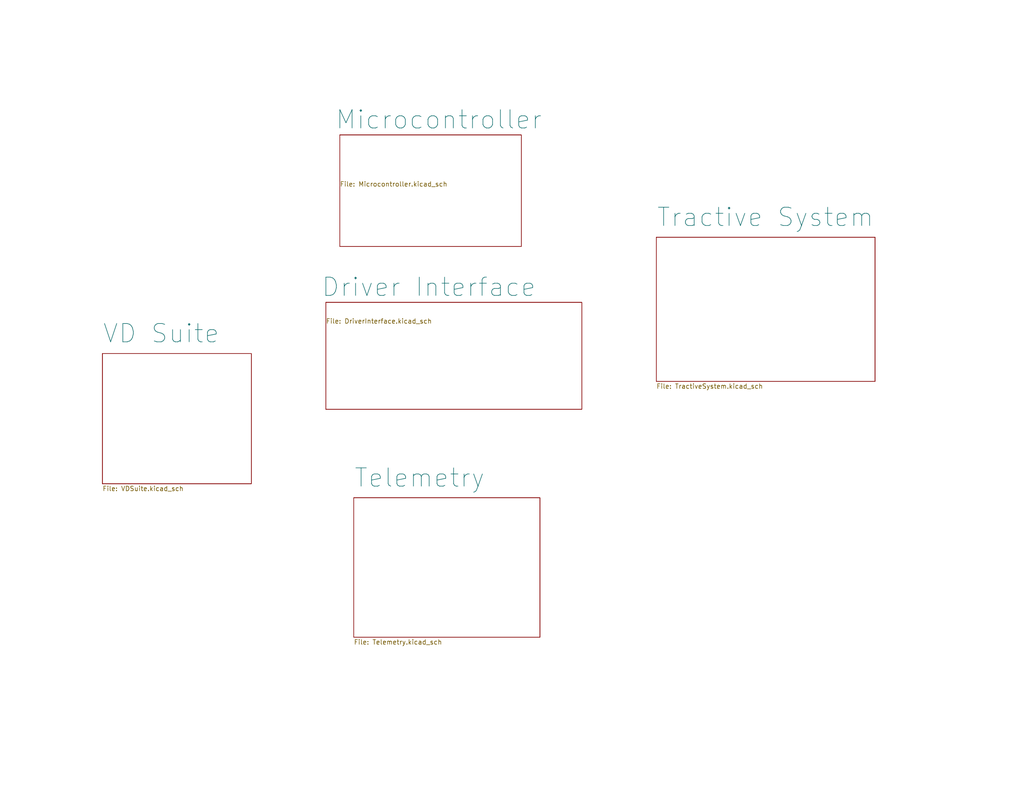
<source format=kicad_sch>
(kicad_sch (version 20211123) (generator eeschema)
  (paper "A")
  (title_block (date "2023-02-28"))
  (lib_symbols)
  (sheet (at 96.52 135.89) (size 50.8 38.1) (stroke (width 0.1524))
    (property "Sheet name" "Telemetry" (at 96.52 133.35 0) (effects (font (size 5 5)) (justify left bottom)))
    (property "Sheet file" "Telemetry.kicad_sch" (at 96.52 174.5746 0) (effects (justify left top)))
  )
  (sheet (at 27.94 96.52) (size 40.64 35.56) (stroke (width 0.1524))
    (property "Sheet name" "VD Suite" (at 27.94 93.9434 0) (effects (font (size 5 5)) (justify left bottom)))
    (property "Sheet file" "VDSuite.kicad_sch" (at 27.94 132.6646 0) (effects (justify left top)))
  )
  (sheet (at 88.9 82.55) (size 69.85 29.21) (stroke (width 0.1524))
    (property "Sheet name" "Driver Interface" (at 87.63 81.28 0) (effects (font (size 5 5)) (justify left bottom)))
    (property "Sheet file" "DriverInterface.kicad_sch" (at 88.9 86.9446 0) (effects (justify left top)))
  )
  (sheet (at 179.07 64.77) (size 59.69 39.37) (stroke (width 0.1524))
    (property "Sheet name" "Tractive System" (at 179.07 62.1934 0) (effects (font (size 5 5)) (justify left bottom)))
    (property "Sheet file" "TractiveSystem.kicad_sch" (at 179.07 104.7246 0) (effects (justify left top)))
  )
  (sheet (at 92.71 36.83) (size 49.53 30.48) (stroke (width 0.1524))
    (property "Sheet name" "Microcontroller" (at 91.44 35.56 0) (effects (font (size 5 5)) (justify left bottom)))
    (property "Sheet file" "Microcontroller.kicad_sch" (at 92.71 49.53 0) (effects (justify left top)))
  )
)
</source>
